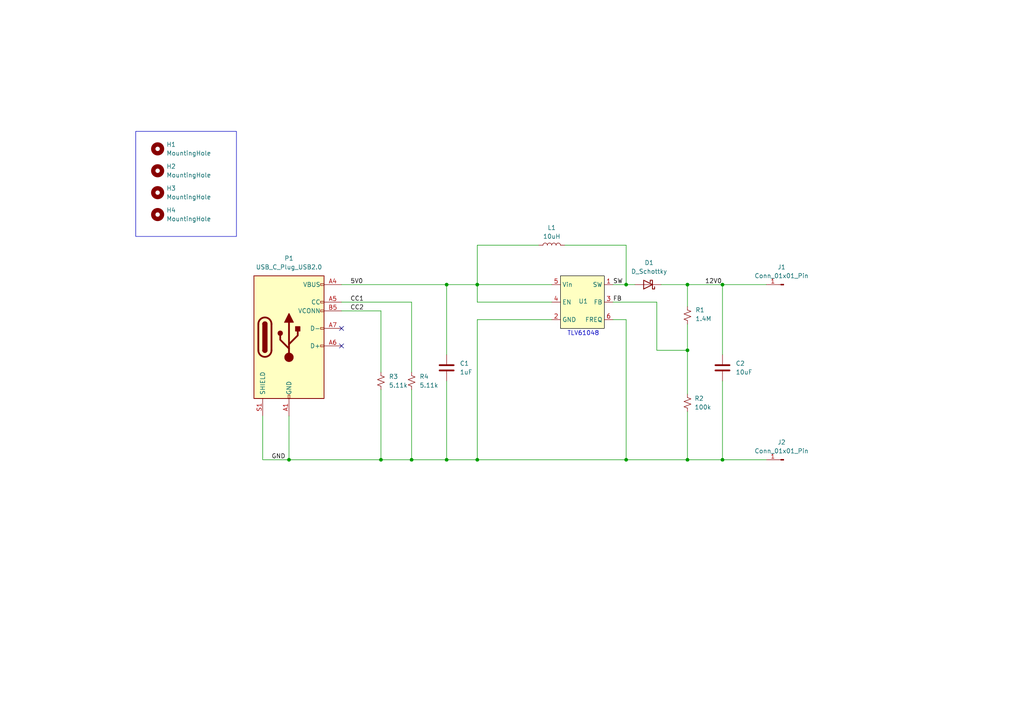
<source format=kicad_sch>
(kicad_sch (version 20250114) (generator "eeschema") (generator_version "9.0")
  (paper "A4")
  (title_block (title "TLV61048 Boost Converter") (date "2025-10-06") (rev "0.1") (company "UTKARSH KUMAR"))
  (lib_symbols
    (symbol "Connector:Conn_01x01_Pin" (pin_names (offset 1.016) (hide yes))
      (property "Reference" "J" (at 0 2.54 0))
      (property "Value" "Conn_01x01_Pin" (at 0 -2.54 0))
      (symbol "Conn_01x01_Pin_1_1"
        (rectangle (start 0.8636 0.127) (end 0 -0.127) (stroke (width 0.1524)) (fill (type outline)))
        (polyline (pts (xy 1.27 0) (xy 0.8636 0)) (stroke (width 0.1524)))
        (pin passive line (at 5.08 0 180) (length 3.81) (name "Pin_1") (number "1"))
      )
    )
    (symbol "Connector:USB_C_Plug_USB2.0" (pin_names (offset 1.016))
      (property "Reference" "P" (at -10.16 19.05 0))
      (property "Value" "USB_C_Plug_USB2.0" (at 12.7 19.05 0))
      (symbol "USB_C_Plug_USB2.0_0_0"
        (rectangle (start -0.254 -17.78) (end 0.254 -16.764))
        (rectangle (start 10.16 15.494) (end 9.144 14.986))
        (rectangle (start 10.16 10.414) (end 9.144 9.906))
        (rectangle (start 10.16 7.874) (end 9.144 7.366))
        (rectangle (start 10.16 2.794) (end 9.144 2.286))
        (rectangle (start 10.16 -2.286) (end 9.144 -2.794))
      )
      (symbol "USB_C_Plug_USB2.0_0_1"
        (rectangle (start -10.16 17.78) (end 10.16 -17.78) (stroke (width 0.254)) (fill (type background)))
        (polyline (pts (xy -8.89 -3.81) (xy -8.89 3.81)) (stroke (width 0.508)))
        (rectangle (start -7.62 -3.81) (end -6.35 3.81) (stroke (width 0.254)) (fill (type outline)))
        (arc (start -7.62 3.81) (mid -6.985 4.4423) (end -6.35 3.81) (stroke (width 0.254)))
        (arc (start -7.62 3.81) (mid -6.985 4.4423) (end -6.35 3.81) (stroke (width 0.254)) (fill (type outline)))
        (arc (start -8.89 3.81) (mid -6.985 5.7067) (end -5.08 3.81) (stroke (width 0.508)))
        (arc (start -5.08 -3.81) (mid -6.985 -5.7067) (end -8.89 -3.81) (stroke (width 0.508)))
        (arc (start -6.35 -3.81) (mid -6.985 -4.4423) (end -7.62 -3.81) (stroke (width 0.254)))
        (arc (start -6.35 -3.81) (mid -6.985 -4.4423) (end -7.62 -3.81) (stroke (width 0.254)) (fill (type outline)))
        (polyline (pts (xy -5.08 3.81) (xy -5.08 -3.81)) (stroke (width 0.508)))
        (circle (center -2.54 1.143) (radius 0.635) (stroke (width 0.254)) (fill (type outline)))
        (polyline (pts (xy -1.27 4.318) (xy 0 6.858) (xy 1.27 4.318) (xy -1.27 4.318)) (stroke (width 0.254)) (fill (type outline)))
        (polyline (pts (xy 0 -2.032) (xy 2.54 0.508) (xy 2.54 1.778)) (stroke (width 0.508)))
        (polyline (pts (xy 0 -3.302) (xy -2.54 -0.762) (xy -2.54 0.508)) (stroke (width 0.508)))
        (polyline (pts (xy 0 -5.842) (xy 0 4.318)) (stroke (width 0.508)))
        (circle (center 0 -5.842) (radius 1.27) (fill (type outline)))
        (rectangle (start 1.905 1.778) (end 3.175 3.048) (stroke (width 0.254)) (fill (type outline)))
      )
      (symbol "USB_C_Plug_USB2.0_1_1"
        (pin passive line (at -7.62 -22.86 90) (length 5.08) (name "SHIELD") (number "S1"))
        (pin passive line (at 0 -22.86 90) (length 5.08) (name "GND") (number "A1"))
        (pin passive line (at 0 -22.86 90) (length 5.08) (hide yes) (name "GND") (number "A12"))
        (pin passive line (at 0 -22.86 90) (length 5.08) (hide yes) (name "GND") (number "B1"))
        (pin passive line (at 0 -22.86 90) (length 5.08) (hide yes) (name "GND") (number "B12"))
        (pin passive line (at 15.24 15.24 180) (length 5.08) (name "VBUS") (number "A4"))
        (pin passive line (at 15.24 15.24 180) (length 5.08) (hide yes) (name "VBUS") (number "A9"))
        (pin passive line (at 15.24 15.24 180) (length 5.08) (hide yes) (name "VBUS") (number "B4"))
        (pin passive line (at 15.24 15.24 180) (length 5.08) (hide yes) (name "VBUS") (number "B9"))
        (pin bidirectional line (at 15.24 10.16 180) (length 5.08) (name "CC") (number "A5"))
        (pin bidirectional line (at 15.24 7.62 180) (length 5.08) (name "VCONN") (number "B5"))
        (pin bidirectional line (at 15.24 2.54 180) (length 5.08) (name "D-") (number "A7"))
        (pin bidirectional line (at 15.24 -2.54 180) (length 5.08) (name "D+") (number "A6"))
      )
    )
    (symbol "Device:C" (pin_numbers (hide yes)) (pin_names (offset 0.254))
      (property "Reference" "C" (at 0.635 2.54 0))
      (property "Value" "C" (at 0.635 -2.54 0))
      (symbol "C_0_1"
        (polyline (pts (xy -2.032 0.762) (xy 2.032 0.762)) (stroke (width 0.508)))
        (polyline (pts (xy -2.032 -0.762) (xy 2.032 -0.762)) (stroke (width 0.508)))
      )
      (symbol "C_1_1"
        (pin passive line (at 0 3.81 270) (length 2.794) (name "~") (number "1"))
        (pin passive line (at 0 -3.81 90) (length 2.794) (name "~") (number "2"))
      )
    )
    (symbol "Device:D_Schottky" (pin_numbers (hide yes)) (pin_names (offset 1.016) (hide yes))
      (property "Reference" "D" (at 0 2.54 0))
      (property "Value" "D_Schottky" (at 0 -2.54 0))
      (symbol "D_Schottky_0_1"
        (polyline (pts (xy -1.905 0.635) (xy -1.905 1.27) (xy -1.27 1.27) (xy -1.27 -1.27) (xy -0.635 -1.27) (xy -0.635 -0.635)) (stroke (width 0.254)))
        (polyline (pts (xy 1.27 1.27) (xy 1.27 -1.27) (xy -1.27 0) (xy 1.27 1.27)) (stroke (width 0.254)))
        (polyline (pts (xy 1.27 0) (xy -1.27 0)))
      )
      (symbol "D_Schottky_1_1"
        (pin passive line (at -3.81 0 0) (length 2.54) (name "K") (number "1"))
        (pin passive line (at 3.81 0 180) (length 2.54) (name "A") (number "2"))
      )
    )
    (symbol "Device:L" (pin_numbers (hide yes)) (pin_names (offset 1.016) (hide yes))
      (property "Reference" "L" (at -1.27 0 90))
      (property "Value" "L" (at 1.905 0 90))
      (symbol "L_0_1"
        (arc (start 0 2.54) (mid 0.6323 1.905) (end 0 1.27))
        (arc (start 0 1.27) (mid 0.6323 0.635) (end 0 0))
        (arc (start 0 0) (mid 0.6323 -0.635) (end 0 -1.27))
        (arc (start 0 -1.27) (mid 0.6323 -1.905) (end 0 -2.54))
      )
      (symbol "L_1_1"
        (pin passive line (at 0 3.81 270) (length 1.27) (name "1") (number "1"))
        (pin passive line (at 0 -3.81 90) (length 1.27) (name "2") (number "2"))
      )
    )
    (symbol "Device:R_Small_US" (pin_numbers (hide yes)) (pin_names (offset 0.254) (hide yes))
      (property "Reference" "R" (at 0.762 0.508 0))
      (property "Value" "R_Small_US" (at 0.762 -1.016 0))
      (symbol "R_Small_US_1_1"
        (polyline (pts (xy 0 1.524) (xy 1.016 1.143) (xy 0 0.762) (xy -1.016 0.381) (xy 0 0)))
        (polyline (pts (xy 0 0) (xy 1.016 -0.381) (xy 0 -0.762) (xy -1.016 -1.143) (xy 0 -1.524)))
        (pin passive line (at 0 2.54 270) (length 1.016) (name "~") (number "1"))
        (pin passive line (at 0 -2.54 90) (length 1.016) (name "~") (number "2"))
      )
    )
    (symbol "Mechanical:MountingHole" (pin_names (offset 1.016)) (in_bom no)
      (property "Reference" "H" (at 0 5.08 0))
      (property "Value" "MountingHole" (at 0 3.175 0))
      (symbol "MountingHole_0_1"
        (circle (center 0 0) (radius 1.27) (stroke (width 1.27)))
      )
    )
    (symbol "Regulator_Switching:TLV61048"
      (property "Reference" "U" (at 0 8.89 0))
      (symbol "TLV61048_1_1"
        (rectangle (start -6.35 7.62) (end 6.35 -7.62) (stroke (width 0) (color 0 0 0 1)) (fill (type background)))
        (pin input line (at -8.89 5.08 0) (length 2.54) (name "Vin") (number "5"))
        (pin input line (at -8.89 0 0) (length 2.54) (name "EN") (number "4"))
        (pin input line (at -8.89 -5.08 0) (length 2.54) (name "GND") (number "2"))
        (pin input line (at 8.89 5.08 180) (length 2.54) (name "SW") (number "1"))
        (pin input line (at 8.89 0 180) (length 2.54) (name "FB") (number "3"))
        (pin input line (at 8.89 -5.08 180) (length 2.54) (name "FREQ") (number "6"))
      )
    )
  )
  (rectangle (start 39.37 38.1) (end 68.58 68.58))
  (text "TLV61048" (at 169.164 96.774 0) (effects (font (size 1.27 1.27))))
  (junction (at 209.55 82.55))
  (junction (at 110.49 133.35))
  (junction (at 199.39 133.35))
  (junction (at 138.43 82.55))
  (junction (at 181.61 82.55))
  (junction (at 83.82 133.35))
  (junction (at 199.39 82.55))
  (junction (at 129.54 82.55))
  (junction (at 181.61 133.35))
  (junction (at 209.55 133.35))
  (junction (at 129.54 133.35))
  (junction (at 138.43 133.35))
  (junction (at 199.39 101.6))
  (junction (at 119.38 133.35))
  (no_connect (at 99.06 100.33))
  (no_connect (at 99.06 95.25))
  (wire (pts (xy 119.38 133.35) (xy 129.54 133.35)))
  (wire (pts (xy 119.38 113.03) (xy 119.38 133.35)))
  (wire (pts (xy 181.61 92.71) (xy 181.61 133.35)))
  (wire (pts (xy 199.39 133.35) (xy 181.61 133.35)))
  (wire (pts (xy 129.54 133.35) (xy 138.43 133.35)))
  (wire (pts (xy 177.8 92.71) (xy 181.61 92.71)))
  (wire (pts (xy 138.43 92.71) (xy 138.43 133.35)))
  (wire (pts (xy 83.82 133.35) (xy 110.49 133.35)))
  (wire (pts (xy 138.43 82.55) (xy 129.54 82.55)))
  (wire (pts (xy 110.49 90.17) (xy 99.06 90.17)))
  (wire (pts (xy 99.06 87.63) (xy 119.38 87.63)))
  (wire (pts (xy 199.39 119.38) (xy 199.39 133.35)))
  (wire (pts (xy 76.2 133.35) (xy 83.82 133.35)))
  (wire (pts (xy 163.83 71.12) (xy 181.61 71.12)))
  (wire (pts (xy 138.43 87.63) (xy 138.43 82.55)))
  (wire (pts (xy 190.5 101.6) (xy 199.39 101.6)))
  (wire (pts (xy 138.43 92.71) (xy 160.02 92.71)))
  (wire (pts (xy 83.82 120.65) (xy 83.82 133.35)))
  (wire (pts (xy 177.8 82.55) (xy 181.61 82.55)))
  (wire (pts (xy 199.39 101.6) (xy 199.39 114.3)))
  (wire (pts (xy 209.55 102.87) (xy 209.55 82.55)))
  (wire (pts (xy 209.55 133.35) (xy 199.39 133.35)))
  (wire (pts (xy 156.21 71.12) (xy 138.43 71.12)))
  (wire (pts (xy 209.55 82.55) (xy 199.39 82.55)))
  (wire (pts (xy 209.55 133.35) (xy 222.25 133.35)))
  (wire (pts (xy 129.54 82.55) (xy 129.54 102.87)))
  (wire (pts (xy 129.54 82.55) (xy 99.06 82.55)))
  (wire (pts (xy 160.02 87.63) (xy 138.43 87.63)))
  (wire (pts (xy 199.39 93.98) (xy 199.39 101.6)))
  (wire (pts (xy 138.43 71.12) (xy 138.43 82.55)))
  (wire (pts (xy 110.49 133.35) (xy 119.38 133.35)))
  (wire (pts (xy 129.54 110.49) (xy 129.54 133.35)))
  (wire (pts (xy 199.39 82.55) (xy 199.39 88.9)))
  (wire (pts (xy 177.8 87.63) (xy 190.5 87.63)))
  (wire (pts (xy 76.2 120.65) (xy 76.2 133.35)))
  (wire (pts (xy 138.43 133.35) (xy 181.61 133.35)))
  (wire (pts (xy 110.49 107.95) (xy 110.49 90.17)))
  (wire (pts (xy 181.61 82.55) (xy 184.15 82.55)))
  (wire (pts (xy 190.5 87.63) (xy 190.5 101.6)))
  (wire (pts (xy 119.38 87.63) (xy 119.38 107.95)))
  (wire (pts (xy 138.43 82.55) (xy 160.02 82.55)))
  (wire (pts (xy 181.61 71.12) (xy 181.61 82.55)))
  (wire (pts (xy 110.49 133.35) (xy 110.49 113.03)))
  (wire (pts (xy 209.55 82.55) (xy 222.25 82.55)))
  (wire (pts (xy 209.55 110.49) (xy 209.55 133.35)))
  (wire (pts (xy 191.77 82.55) (xy 199.39 82.55)))
  (label "GND" (at 78.74 133.35 0))
  (label "5V0" (at 101.6 82.55 0))
  (label "CC1" (at 101.6 87.63 0))
  (label "SW" (at 177.8 82.55 0))
  (label "12V0" (at 204.47 82.55 0))
  (label "CC2" (at 101.6 90.17 0))
  (label "FB" (at 177.8 87.63 0))
  (symbol (lib_id "Device:R_Small_US") (at 199.39 91.44 180) (unit 1)
    (property "Reference" "R1" (at 201.676 89.916 0) (effects (justify right)))
    (property "Value" "1.4M" (at 201.676 92.456 0) (effects (justify right)))
    (property "Footprint" "Resistor_SMD:R_0402_1005Metric_Pad0.72x0.64mm_HandSolder" (effects (hide yes)))
    (property "Description" "Resistor, small US symbol" (effects (hide yes)))
  )
  (symbol (lib_id "Connector:Conn_01x01_Pin") (at 227.33 82.55 180) (unit 1)
    (property "Reference" "J1" (at 226.695 77.47 0))
    (property "Value" "Conn_01x01_Pin" (at 226.695 80.01 0))
    (property "Footprint" "Connector_PinHeader_2.54mm:PinHeader_1x01_P2.54mm_Vertical" (effects (hide yes)))
    (property "Description" "Generic connector, single row, 01x01, script generated" (effects (hide yes)))
  )
  (symbol (lib_id "Device:C") (at 209.55 106.68 0) (unit 1)
    (property "Reference" "C2" (at 213.36 105.4099 0) (effects (justify left)))
    (property "Value" "10uF" (at 213.36 107.9499 0) (effects (justify left)))
    (property "Footprint" "Capacitor_SMD:C_1206_3216Metric" (effects (hide yes)))
    (property "Description" "Unpolarized capacitor" (effects (hide yes)))
  )
  (symbol (lib_id "Mechanical:MountingHole") (at 45.72 62.23 0) (unit 1) (in_bom no)
    (property "Reference" "H4" (at 48.26 60.9599 0) (effects (justify left)))
    (property "Value" "MountingHole" (at 48.26 63.4999 0) (effects (justify left)))
    (property "Footprint" "MountingHole:MountingHole_2.1mm" (effects (hide yes)))
    (property "Description" "Mounting Hole without connection" (effects (hide yes)))
  )
  (symbol (lib_id "Mechanical:MountingHole") (at 45.72 49.53 0) (unit 1) (in_bom no)
    (property "Reference" "H2" (at 48.26 48.2599 0) (effects (justify left)))
    (property "Value" "MountingHole" (at 48.26 50.7999 0) (effects (justify left)))
    (property "Footprint" "MountingHole:MountingHole_2.1mm" (effects (hide yes)))
    (property "Description" "Mounting Hole without connection" (effects (hide yes)))
  )
  (symbol (lib_id "Device:L") (at 160.02 71.12 90) (unit 1)
    (property "Reference" "L1" (at 160.02 66.04 90))
    (property "Value" "10uH" (at 160.02 68.58 90))
    (property "Footprint" "Inductor_SMD:L_Bourns-SRN8040_8x8.15mm" (effects (hide yes)))
    (property "Description" "Inductor" (effects (hide yes)))
  )
  (symbol (lib_id "Device:R_Small_US") (at 199.39 116.84 180) (unit 1)
    (property "Reference" "R2" (at 201.422 115.57 0) (effects (justify right)))
    (property "Value" "100k" (at 201.422 118.11 0) (effects (justify right)))
    (property "Footprint" "Resistor_SMD:R_0402_1005Metric_Pad0.72x0.64mm_HandSolder" (effects (hide yes)))
    (property "Description" "Resistor, small US symbol" (effects (hide yes)))
  )
  (symbol (lib_id "Mechanical:MountingHole") (at 45.72 43.18 0) (unit 1) (in_bom no)
    (property "Reference" "H1" (at 48.26 41.9099 0) (effects (justify left)))
    (property "Value" "MountingHole" (at 48.26 44.4499 0) (effects (justify left)))
    (property "Footprint" "MountingHole:MountingHole_2.1mm" (effects (hide yes)))
    (property "Description" "Mounting Hole without connection" (effects (hide yes)))
  )
  (symbol (lib_id "Mechanical:MountingHole") (at 45.72 55.88 0) (unit 1) (in_bom no)
    (property "Reference" "H3" (at 48.26 54.6099 0) (effects (justify left)))
    (property "Value" "MountingHole" (at 48.26 57.1499 0) (effects (justify left)))
    (property "Footprint" "MountingHole:MountingHole_2.1mm" (effects (hide yes)))
    (property "Description" "Mounting Hole without connection" (effects (hide yes)))
  )
  (symbol (lib_id "Device:R_Small_US") (at 110.49 110.49 0) (unit 1)
    (property "Reference" "R3" (at 112.776 109.22 0) (effects (justify left)))
    (property "Value" "5.11k" (at 112.776 111.76 0) (effects (justify left)))
    (property "Footprint" "Resistor_SMD:R_0603_1608Metric" (effects (hide yes)))
    (property "Description" "Resistor, small US symbol" (effects (hide yes)))
  )
  (symbol (lib_id "Device:R_Small_US") (at 119.38 110.49 0) (unit 1)
    (property "Reference" "R4" (at 121.666 109.22 0) (effects (justify left)))
    (property "Value" "5.11k" (at 121.666 111.76 0) (effects (justify left)))
    (property "Footprint" "Resistor_SMD:R_0603_1608Metric" (effects (hide yes)))
    (property "Description" "Resistor, small US symbol" (effects (hide yes)))
  )
  (symbol (lib_id "Connector:Conn_01x01_Pin") (at 227.33 133.35 180) (unit 1)
    (property "Reference" "J2" (at 226.695 128.27 0))
    (property "Value" "Conn_01x01_Pin" (at 226.695 130.81 0))
    (property "Footprint" "Connector_PinHeader_2.54mm:PinHeader_1x01_P2.54mm_Vertical" (effects (hide yes)))
    (property "Description" "Generic connector, single row, 01x01, script generated" (effects (hide yes)))
  )
  (symbol (lib_id "Device:C") (at 129.54 106.68 0) (unit 1)
    (property "Reference" "C1" (at 133.35 105.4099 0) (effects (justify left)))
    (property "Value" "1uF" (at 133.35 107.9499 0) (effects (justify left)))
    (property "Footprint" "Capacitor_SMD:C_1206_3216Metric" (effects (hide yes)))
    (property "Description" "Unpolarized capacitor" (effects (hide yes)))
  )
  (symbol (lib_id "Regulator_Switching:TLV61048") (at 168.91 87.63 0) (unit 1)
    (property "Reference" "U1" (at 169.164 87.376 0))
    (property "Footprint" "Package_TO_SOT_SMD:SOT-23-6" (effects (hide yes)))
  )
  (symbol (lib_id "Connector:USB_C_Plug_USB2.0") (at 83.82 97.79 0) (unit 1)
    (property "Reference" "P1" (at 83.82 74.93 0))
    (property "Value" "USB_C_Plug_USB2.0" (at 83.82 77.47 0))
    (property "Footprint" "Connector_USB:USB_C_Receptacle_GCT_USB4105-xx-A_16P_TopMnt_Horizontal" (effects (hide yes)))
    (property "Datasheet" "https://www.usb.org/sites/default/files/documents/usb_type-c.zip" (effects (hide yes)))
    (property "Description" "USB 2.0-only Type-C Plug connector" (effects (hide yes)))
  )
  (symbol (lib_id "Device:D_Schottky") (at 187.96 82.55 180) (unit 1)
    (property "Reference" "D1" (at 188.2775 76.2 0))
    (property "Value" "D_Schottky" (at 188.2775 78.74 0))
    (property "Footprint" "Diode_SMD:D_SOD-123" (effects (hide yes)))
    (property "Description" "Schottky diode" (effects (hide yes)))
  )
)
</source>
